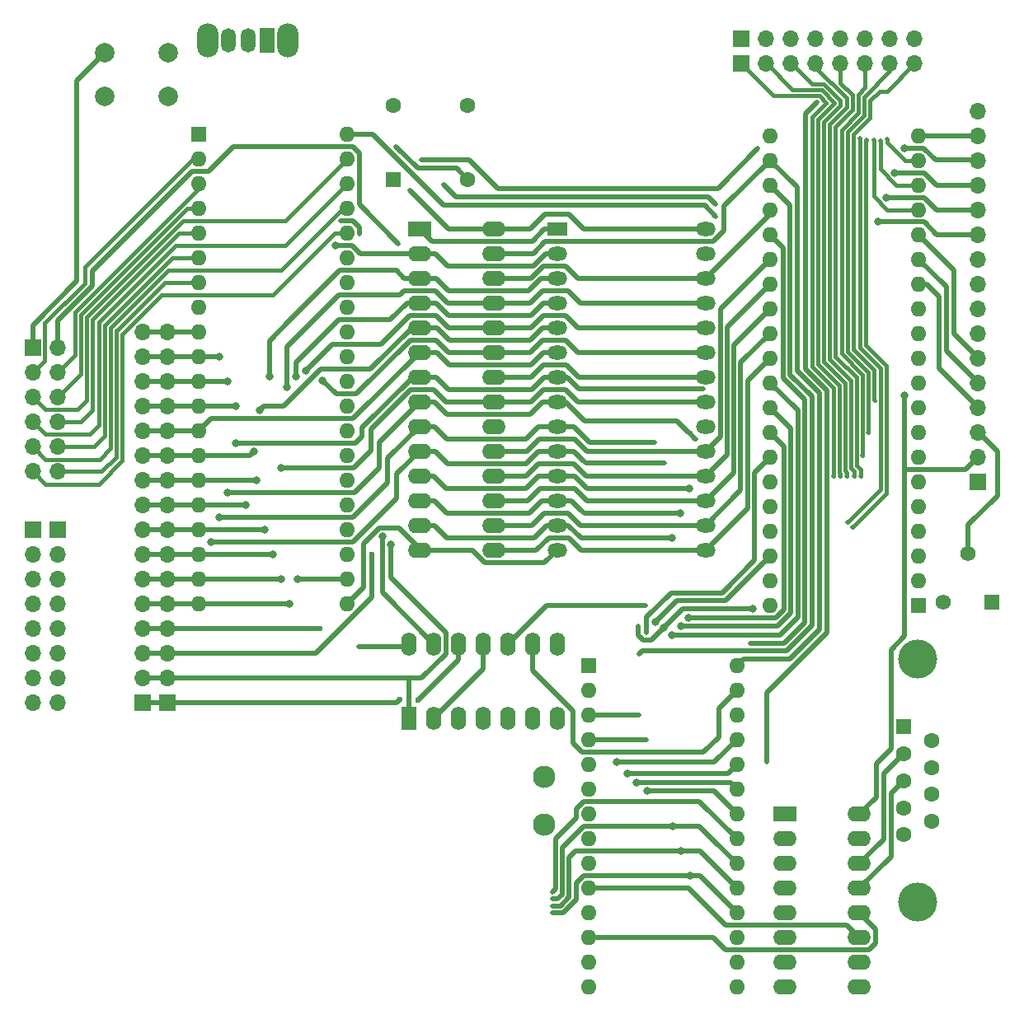
<source format=gbr>
%TF.GenerationSoftware,KiCad,Pcbnew,7.0.9*%
%TF.CreationDate,2024-02-07T01:21:47+02:00*%
%TF.ProjectId,W65C02Computer,57363543-3032-4436-9f6d-70757465722e,rev?*%
%TF.SameCoordinates,Original*%
%TF.FileFunction,Copper,L2,Bot*%
%TF.FilePolarity,Positive*%
%FSLAX46Y46*%
G04 Gerber Fmt 4.6, Leading zero omitted, Abs format (unit mm)*
G04 Created by KiCad (PCBNEW 7.0.9) date 2024-02-07 01:21:47*
%MOMM*%
%LPD*%
G01*
G04 APERTURE LIST*
%TA.AperFunction,ComponentPad*%
%ADD10R,2.400000X1.600000*%
%TD*%
%TA.AperFunction,ComponentPad*%
%ADD11O,2.400000X1.600000*%
%TD*%
%TA.AperFunction,ComponentPad*%
%ADD12C,2.300000*%
%TD*%
%TA.AperFunction,ComponentPad*%
%ADD13O,2.200000X3.500000*%
%TD*%
%TA.AperFunction,ComponentPad*%
%ADD14R,1.500000X2.500000*%
%TD*%
%TA.AperFunction,ComponentPad*%
%ADD15O,1.500000X2.500000*%
%TD*%
%TA.AperFunction,ComponentPad*%
%ADD16R,1.700000X1.700000*%
%TD*%
%TA.AperFunction,ComponentPad*%
%ADD17O,1.700000X1.700000*%
%TD*%
%TA.AperFunction,ComponentPad*%
%ADD18R,1.600000X1.600000*%
%TD*%
%TA.AperFunction,ComponentPad*%
%ADD19O,1.600000X1.600000*%
%TD*%
%TA.AperFunction,ComponentPad*%
%ADD20R,2.000000X1.440000*%
%TD*%
%TA.AperFunction,ComponentPad*%
%ADD21O,2.000000X1.440000*%
%TD*%
%TA.AperFunction,ComponentPad*%
%ADD22R,1.560000X1.560000*%
%TD*%
%TA.AperFunction,ComponentPad*%
%ADD23C,1.560000*%
%TD*%
%TA.AperFunction,ComponentPad*%
%ADD24C,4.000000*%
%TD*%
%TA.AperFunction,ComponentPad*%
%ADD25C,1.600000*%
%TD*%
%TA.AperFunction,ComponentPad*%
%ADD26C,2.000000*%
%TD*%
%TA.AperFunction,ComponentPad*%
%ADD27R,1.600000X2.400000*%
%TD*%
%TA.AperFunction,ComponentPad*%
%ADD28O,1.600000X2.400000*%
%TD*%
%TA.AperFunction,ViaPad*%
%ADD29C,0.500000*%
%TD*%
%TA.AperFunction,ViaPad*%
%ADD30C,0.800000*%
%TD*%
%TA.AperFunction,ViaPad*%
%ADD31C,0.600000*%
%TD*%
%TA.AperFunction,Conductor*%
%ADD32C,0.500000*%
%TD*%
%TA.AperFunction,Conductor*%
%ADD33C,0.400000*%
%TD*%
G04 APERTURE END LIST*
D10*
%TO.P,U6,1,C1+*%
%TO.N,Net-(U6-C1+)*%
X231090000Y-113000000D03*
D11*
%TO.P,U6,2,VS+*%
%TO.N,Net-(U6-VS+)*%
X231090000Y-115540000D03*
%TO.P,U6,3,C1-*%
%TO.N,Net-(U6-C1-)*%
X231090000Y-118080000D03*
%TO.P,U6,4,C2+*%
%TO.N,Net-(U6-C2+)*%
X231090000Y-120620000D03*
%TO.P,U6,5,C2-*%
%TO.N,Net-(U6-C2-)*%
X231090000Y-123160000D03*
%TO.P,U6,6,VS-*%
%TO.N,Net-(U6-VS-)*%
X231090000Y-125700000D03*
%TO.P,U6,7,T2OUT*%
%TO.N,unconnected-(U6-T2OUT-Pad7)*%
X231090000Y-128240000D03*
%TO.P,U6,8,R2IN*%
%TO.N,unconnected-(U6-R2IN-Pad8)*%
X231090000Y-130780000D03*
%TO.P,U6,9,R2OUT*%
%TO.N,unconnected-(U6-R2OUT-Pad9)*%
X238710000Y-130780000D03*
%TO.P,U6,10,T2IN*%
%TO.N,unconnected-(U6-T2IN-Pad10)*%
X238710000Y-128240000D03*
%TO.P,U6,11,T1IN*%
%TO.N,Net-(U6-T1IN)*%
X238710000Y-125700000D03*
%TO.P,U6,12,R1OUT*%
%TO.N,Net-(U6-R1OUT)*%
X238710000Y-123160000D03*
%TO.P,U6,13,R1IN*%
%TO.N,Net-(U6-R1IN)*%
X238710000Y-120620000D03*
%TO.P,U6,14,T1OUT*%
%TO.N,Net-(U6-T1OUT)*%
X238710000Y-118080000D03*
%TO.P,U6,15,GND*%
%TO.N,GND*%
X238710000Y-115540000D03*
%TO.P,U6,16,VCC*%
%TO.N,+5V*%
X238710000Y-113000000D03*
%TD*%
D12*
%TO.P,Y1,1,1*%
%TO.N,Net-(U7-XTLI)*%
X206310000Y-109180000D03*
%TO.P,Y1,2,2*%
%TO.N,Net-(U7-XTLO)*%
X206310000Y-114080000D03*
%TD*%
D13*
%TO.P,SW2,*%
%TO.N,*%
X179990000Y-33530000D03*
X171790000Y-33530000D03*
D14*
%TO.P,SW2,1,A*%
%TO.N,N/C*%
X177890000Y-33530000D03*
D15*
%TO.P,SW2,2,B*%
X175890000Y-33530000D03*
%TO.P,SW2,3,C*%
X173890000Y-33530000D03*
%TD*%
D16*
%TO.P,REF\u002A\u002A,1*%
%TO.N,RESET*%
X153800000Y-65100000D03*
D17*
%TO.P,REF\u002A\u002A,2*%
%TO.N,R{slash}~{W}*%
X156340000Y-65100000D03*
%TO.P,REF\u002A\u002A,3*%
%TO.N,Net-(U1-RDY)*%
X153800000Y-67640000D03*
%TO.P,REF\u002A\u002A,4*%
%TO.N,unconnected-(U1-PHI1out-Pad3)*%
X156340000Y-67640000D03*
%TO.P,REF\u002A\u002A,5*%
%TO.N,unconnected-(U1-PHI2out-Pad39)*%
X153800000Y-70180000D03*
%TO.P,REF\u002A\u002A,6*%
%TO.N,IRQ*%
X156340000Y-70180000D03*
%TO.P,REF\u002A\u002A,7*%
%TO.N,unconnected-(U1-~{SO}-Pad38)*%
X153800000Y-72720000D03*
%TO.P,REF\u002A\u002A,8*%
%TO.N,unconnected-(U1-~{ML}-Pad5)*%
X156340000Y-72720000D03*
%TO.P,REF\u002A\u002A,9*%
%TO.N,CLK*%
X153800000Y-75260000D03*
%TO.P,REF\u002A\u002A,10*%
%TO.N,+5V*%
X156340000Y-75260000D03*
%TO.P,REF\u002A\u002A,11*%
X153800000Y-77800000D03*
%TO.P,REF\u002A\u002A,12*%
%TO.N,unconnected-(U1-SYNC-Pad7)*%
X156340000Y-77800000D03*
%TD*%
D18*
%TO.P,U7,1,VSS*%
%TO.N,GND*%
X210865000Y-97755000D03*
D19*
%TO.P,U7,2,CS0*%
%TO.N,/A12*%
X210865000Y-100295000D03*
%TO.P,U7,3,~{CS1}*%
%TO.N,PHER*%
X210865000Y-102835000D03*
%TO.P,U7,4,~{RESET}*%
%TO.N,RESET*%
X210865000Y-105375000D03*
%TO.P,U7,5,RxC*%
%TO.N,unconnected-(U7-RxC-Pad5)*%
X210865000Y-107915000D03*
%TO.P,U7,6,XTLI*%
%TO.N,Net-(U7-XTLI)*%
X210865000Y-110455000D03*
%TO.P,U7,7,XTLO*%
%TO.N,Net-(U7-XTLO)*%
X210865000Y-112995000D03*
%TO.P,U7,8,~{RTS}*%
%TO.N,unconnected-(U7-~{RTS}-Pad8)*%
X210865000Y-115535000D03*
%TO.P,U7,9,~{CTS}*%
%TO.N,unconnected-(U7-~{CTS}-Pad9)*%
X210865000Y-118075000D03*
%TO.P,U7,10,TxD*%
%TO.N,Net-(U6-T1IN)*%
X210865000Y-120615000D03*
%TO.P,U7,11,~{DTR}*%
%TO.N,unconnected-(U7-~{DTR}-Pad11)*%
X210865000Y-123155000D03*
%TO.P,U7,12,RxD*%
%TO.N,Net-(U6-R1OUT)*%
X210865000Y-125695000D03*
%TO.P,U7,13,RS0*%
%TO.N,/A0*%
X210865000Y-128235000D03*
%TO.P,U7,14,RS1*%
%TO.N,/A1*%
X210865000Y-130775000D03*
%TO.P,U7,15,VCC*%
%TO.N,+5V*%
X226105000Y-130775000D03*
%TO.P,U7,16,~{DCD}*%
%TO.N,unconnected-(U7-~{DCD}-Pad16)*%
X226105000Y-128235000D03*
%TO.P,U7,17,~{DSR}*%
%TO.N,unconnected-(U7-~{DSR}-Pad17)*%
X226105000Y-125695000D03*
%TO.P,U7,18,D0*%
%TO.N,/D0*%
X226105000Y-123155000D03*
%TO.P,U7,19,D1*%
%TO.N,/D1*%
X226105000Y-120615000D03*
%TO.P,U7,20,D2*%
%TO.N,/D2*%
X226105000Y-118075000D03*
%TO.P,U7,21,D3*%
%TO.N,/D3*%
X226105000Y-115535000D03*
%TO.P,U7,22,D4*%
%TO.N,/D4*%
X226105000Y-112995000D03*
%TO.P,U7,23,D5*%
%TO.N,/D5*%
X226105000Y-110455000D03*
%TO.P,U7,24,D6*%
%TO.N,/D6*%
X226105000Y-107915000D03*
%TO.P,U7,25,D7*%
%TO.N,/D7*%
X226105000Y-105375000D03*
%TO.P,U7,26,~{IRQ}*%
%TO.N,Net-(D2-K)*%
X226105000Y-102835000D03*
%TO.P,U7,27,PHI2*%
%TO.N,CLK*%
X226105000Y-100295000D03*
%TO.P,U7,28,R/~{W}*%
%TO.N,R{slash}~{W}*%
X226105000Y-97755000D03*
%TD*%
D20*
%TO.P,U2,1,A14*%
%TO.N,/A14*%
X207680000Y-52850000D03*
D21*
%TO.P,U2,2,A12*%
%TO.N,/A12*%
X207680000Y-55390000D03*
%TO.P,U2,3,A7*%
%TO.N,/A7*%
X207680000Y-57930000D03*
%TO.P,U2,4,A6*%
%TO.N,/A6*%
X207680000Y-60470000D03*
%TO.P,U2,5,A5*%
%TO.N,/A5*%
X207680000Y-63010000D03*
%TO.P,U2,6,A4*%
%TO.N,/A4*%
X207680000Y-65550000D03*
%TO.P,U2,7,A3*%
%TO.N,/A3*%
X207680000Y-68090000D03*
%TO.P,U2,8,A2*%
%TO.N,/A2*%
X207680000Y-70630000D03*
%TO.P,U2,9,A1*%
%TO.N,/A1*%
X207680000Y-73170000D03*
%TO.P,U2,10,A0*%
%TO.N,/A0*%
X207680000Y-75710000D03*
%TO.P,U2,11,D0*%
%TO.N,/D0*%
X207680000Y-78250000D03*
%TO.P,U2,12,D1*%
%TO.N,/D1*%
X207680000Y-80790000D03*
%TO.P,U2,13,D2*%
%TO.N,/D2*%
X207680000Y-83330000D03*
%TO.P,U2,14,GND*%
%TO.N,GND*%
X207680000Y-85870000D03*
%TO.P,U2,15,D3*%
%TO.N,/D3*%
X222920000Y-85870000D03*
%TO.P,U2,16,D4*%
%TO.N,/D4*%
X222920000Y-83330000D03*
%TO.P,U2,17,D5*%
%TO.N,/D5*%
X222920000Y-80790000D03*
%TO.P,U2,18,D6*%
%TO.N,/D6*%
X222920000Y-78250000D03*
%TO.P,U2,19,D7*%
%TO.N,/D7*%
X222920000Y-75710000D03*
%TO.P,U2,20,~{CS}*%
%TO.N,Net-(U2-~{CS})*%
X222920000Y-73170000D03*
%TO.P,U2,21,A10*%
%TO.N,/A10*%
X222920000Y-70630000D03*
%TO.P,U2,22,~{OE}*%
%TO.N,GND*%
X222920000Y-68090000D03*
%TO.P,U2,23,A11*%
%TO.N,/A11*%
X222920000Y-65550000D03*
%TO.P,U2,24,A9*%
%TO.N,/A9*%
X222920000Y-63010000D03*
%TO.P,U2,25,A8*%
%TO.N,/A8*%
X222920000Y-60470000D03*
%TO.P,U2,26,A13*%
%TO.N,/A13*%
X222920000Y-57930000D03*
%TO.P,U2,27,~{WE}*%
%TO.N,+5V*%
X222920000Y-55390000D03*
%TO.P,U2,28,VCC*%
X222920000Y-52850000D03*
%TD*%
D16*
%TO.P,REF\u002A\u002A,1*%
%TO.N,/D7*%
X156340000Y-83770000D03*
D17*
%TO.P,REF\u002A\u002A,2*%
%TO.N,/D6*%
X156340000Y-86310000D03*
%TO.P,REF\u002A\u002A,3*%
%TO.N,/D5*%
X156340000Y-88850000D03*
%TO.P,REF\u002A\u002A,4*%
%TO.N,/D4*%
X156340000Y-91390000D03*
%TO.P,REF\u002A\u002A,5*%
%TO.N,/D3*%
X156340000Y-93930000D03*
%TO.P,REF\u002A\u002A,6*%
%TO.N,/D2*%
X156340000Y-96470000D03*
%TO.P,REF\u002A\u002A,7*%
%TO.N,/D1*%
X156340000Y-99010000D03*
%TO.P,REF\u002A\u002A,8*%
%TO.N,/D0*%
X156340000Y-101550000D03*
%TD*%
D18*
%TO.P,U1,1,~{VP}*%
%TO.N,unconnected-(U1-~{VP}-Pad1)*%
X170830000Y-43150000D03*
D19*
%TO.P,U1,2,RDY*%
%TO.N,Net-(U1-RDY)*%
X170830000Y-45690000D03*
%TO.P,U1,3,PHI1out*%
%TO.N,unconnected-(U1-PHI1out-Pad3)*%
X170830000Y-48230000D03*
%TO.P,U1,4,~{IRQ}*%
%TO.N,IRQ*%
X170830000Y-50770000D03*
%TO.P,U1,5,~{ML}*%
%TO.N,unconnected-(U1-~{ML}-Pad5)*%
X170830000Y-53310000D03*
%TO.P,U1,6,~{NMI}*%
%TO.N,+5V*%
X170830000Y-55850000D03*
%TO.P,U1,7,SYNC*%
%TO.N,unconnected-(U1-SYNC-Pad7)*%
X170830000Y-58390000D03*
%TO.P,U1,8,VCC*%
%TO.N,+5V*%
X170830000Y-60930000D03*
%TO.P,U1,9,A0*%
%TO.N,/A0*%
X170830000Y-63470000D03*
%TO.P,U1,10,A1*%
%TO.N,/A1*%
X170830000Y-66010000D03*
%TO.P,U1,11,A2*%
%TO.N,/A2*%
X170830000Y-68550000D03*
%TO.P,U1,12,A3*%
%TO.N,/A3*%
X170830000Y-71090000D03*
%TO.P,U1,13,A4*%
%TO.N,/A4*%
X170830000Y-73630000D03*
%TO.P,U1,14,A5*%
%TO.N,/A5*%
X170830000Y-76170000D03*
%TO.P,U1,15,A6*%
%TO.N,/A6*%
X170830000Y-78710000D03*
%TO.P,U1,16,A7*%
%TO.N,/A7*%
X170830000Y-81250000D03*
%TO.P,U1,17,A8*%
%TO.N,/A8*%
X170830000Y-83790000D03*
%TO.P,U1,18,A9*%
%TO.N,/A9*%
X170830000Y-86330000D03*
%TO.P,U1,19,A10*%
%TO.N,/A10*%
X170830000Y-88870000D03*
%TO.P,U1,20,A11*%
%TO.N,/A11*%
X170830000Y-91410000D03*
%TO.P,U1,21,GND*%
%TO.N,GND*%
X186070000Y-91410000D03*
%TO.P,U1,22,A12*%
%TO.N,/A12*%
X186070000Y-88870000D03*
%TO.P,U1,23,A13*%
%TO.N,/A13*%
X186070000Y-86330000D03*
%TO.P,U1,24,A14*%
%TO.N,/A14*%
X186070000Y-83790000D03*
%TO.P,U1,25,A15*%
%TO.N,/A15*%
X186070000Y-81250000D03*
%TO.P,U1,26,D7*%
%TO.N,/D7*%
X186070000Y-78710000D03*
%TO.P,U1,27,D6*%
%TO.N,/D6*%
X186070000Y-76170000D03*
%TO.P,U1,28,D5*%
%TO.N,/D5*%
X186070000Y-73630000D03*
%TO.P,U1,29,D4*%
%TO.N,/D4*%
X186070000Y-71090000D03*
%TO.P,U1,30,D3*%
%TO.N,/D3*%
X186070000Y-68550000D03*
%TO.P,U1,31,D2*%
%TO.N,/D2*%
X186070000Y-66010000D03*
%TO.P,U1,32,D1*%
%TO.N,/D1*%
X186070000Y-63470000D03*
%TO.P,U1,33,D0*%
%TO.N,/D0*%
X186070000Y-60930000D03*
%TO.P,U1,34,R/~{W}*%
%TO.N,R{slash}~{W}*%
X186070000Y-58390000D03*
%TO.P,U1,35,NC*%
%TO.N,unconnected-(U1-NC-Pad35)*%
X186070000Y-55850000D03*
%TO.P,U1,36,BE*%
%TO.N,+5V*%
X186070000Y-53310000D03*
%TO.P,U1,37,PHI2*%
%TO.N,CLK*%
X186070000Y-50770000D03*
%TO.P,U1,38,~{SO}*%
%TO.N,unconnected-(U1-~{SO}-Pad38)*%
X186070000Y-48230000D03*
%TO.P,U1,39,PHI2out*%
%TO.N,unconnected-(U1-PHI2out-Pad39)*%
X186070000Y-45690000D03*
%TO.P,U1,40,~{RESET}*%
%TO.N,RESET*%
X186070000Y-43150000D03*
%TD*%
D22*
%TO.P,RV1,1,1*%
%TO.N,unconnected-(RV1-Pad1)*%
X252330000Y-91235000D03*
D23*
%TO.P,RV1,2,2*%
%TO.N,Net-(DS1-VO)*%
X249830000Y-86235000D03*
%TO.P,RV1,3,3*%
%TO.N,GND*%
X247330000Y-91235000D03*
%TD*%
D16*
%TO.P,DS1,1,VSS*%
%TO.N,GND*%
X250870000Y-78860000D03*
D17*
%TO.P,DS1,2,VDD*%
%TO.N,+5V*%
X250870000Y-76320000D03*
%TO.P,DS1,3,VO*%
%TO.N,Net-(DS1-VO)*%
X250870000Y-73780000D03*
%TO.P,DS1,4,RS*%
%TO.N,Net-(DS1-RS)*%
X250870000Y-71240000D03*
%TO.P,DS1,5,R/W*%
%TO.N,Net-(DS1-R{slash}W)*%
X250870000Y-68700000D03*
%TO.P,DS1,6,E*%
%TO.N,Net-(DS1-E)*%
X250870000Y-66160000D03*
%TO.P,DS1,7,D0*%
%TO.N,unconnected-(DS1-D0-Pad7)*%
X250870000Y-63620000D03*
%TO.P,DS1,8,D1*%
%TO.N,unconnected-(DS1-D1-Pad8)*%
X250870000Y-61080000D03*
%TO.P,DS1,9,D2*%
%TO.N,unconnected-(DS1-D2-Pad9)*%
X250870000Y-58540000D03*
%TO.P,DS1,10,D3*%
%TO.N,unconnected-(DS1-D3-Pad10)*%
X250870000Y-56000000D03*
%TO.P,DS1,11,D4*%
%TO.N,Net-(DS1-D4)*%
X250870000Y-53460000D03*
%TO.P,DS1,12,D5*%
%TO.N,Net-(DS1-D5)*%
X250870000Y-50920000D03*
%TO.P,DS1,13,D6*%
%TO.N,Net-(DS1-D6)*%
X250870000Y-48380000D03*
%TO.P,DS1,14,D7*%
%TO.N,Net-(DS1-D7)*%
X250870000Y-45840000D03*
%TO.P,DS1,15,LED(+)*%
%TO.N,+5V*%
X250870000Y-43300000D03*
%TO.P,DS1,16,LED(-)*%
%TO.N,Net-(DS1-LED(-))*%
X250870000Y-40760000D03*
%TD*%
D16*
%TO.P,REF\u002A\u002A,1,Pin_1*%
%TO.N,/A15*%
X165090000Y-101580000D03*
D17*
%TO.P,REF\u002A\u002A,2,Pin_2*%
%TO.N,/A14*%
X165090000Y-99040000D03*
%TO.P,REF\u002A\u002A,3,Pin_3*%
%TO.N,/A13*%
X165090000Y-96500000D03*
%TO.P,REF\u002A\u002A,4,Pin_4*%
%TO.N,/A12*%
X165090000Y-93960000D03*
%TO.P,REF\u002A\u002A,5,Pin_5*%
%TO.N,/A11*%
X165090000Y-91420000D03*
%TO.P,REF\u002A\u002A,6,Pin_6*%
%TO.N,/A10*%
X165090000Y-88880000D03*
%TO.P,REF\u002A\u002A,7,Pin_7*%
%TO.N,/A9*%
X165090000Y-86340000D03*
%TO.P,REF\u002A\u002A,8,Pin_8*%
%TO.N,/A8*%
X165090000Y-83800000D03*
%TO.P,REF\u002A\u002A,9,Pin_9*%
%TO.N,/A7*%
X165090000Y-81260000D03*
%TO.P,REF\u002A\u002A,10,Pin_10*%
%TO.N,/A6*%
X165090000Y-78720000D03*
%TO.P,REF\u002A\u002A,11,Pin_11*%
%TO.N,/A5*%
X165090000Y-76180000D03*
%TO.P,REF\u002A\u002A,12,Pin_12*%
%TO.N,/A4*%
X165090000Y-73640000D03*
%TO.P,REF\u002A\u002A,13,Pin_13*%
%TO.N,/A3*%
X165090000Y-71100000D03*
%TO.P,REF\u002A\u002A,14,Pin_14*%
%TO.N,/A2*%
X165090000Y-68560000D03*
%TO.P,REF\u002A\u002A,15,Pin_15*%
%TO.N,/A1*%
X165090000Y-66020000D03*
%TO.P,REF\u002A\u002A,16,Pin_16*%
%TO.N,/A0*%
X165090000Y-63480000D03*
%TD*%
D16*
%TO.P,REF\u002A\u002A,1*%
%TO.N,GND*%
X226600000Y-33310000D03*
D17*
%TO.P,REF\u002A\u002A,2*%
%TO.N,+5V*%
X229140000Y-33310000D03*
%TO.P,REF\u002A\u002A,3*%
%TO.N,PHER*%
X231680000Y-33310000D03*
%TO.P,REF\u002A\u002A,4*%
%TO.N,unconnected-(U5-CA2-Pad39)*%
X234220000Y-33310000D03*
%TO.P,REF\u002A\u002A,5*%
%TO.N,unconnected-(U5-CA1-Pad40)*%
X236760000Y-33310000D03*
%TO.P,REF\u002A\u002A,6*%
%TO.N,unconnected-(U5-PB7-Pad17)*%
X239300000Y-33310000D03*
%TO.P,REF\u002A\u002A,7*%
%TO.N,unconnected-(U5-CB1-Pad18)*%
X241840000Y-33310000D03*
%TO.P,REF\u002A\u002A,8*%
%TO.N,unconnected-(U5-CB2-Pad19)*%
X244380000Y-33310000D03*
%TD*%
D24*
%TO.P,J1,0,PAD*%
%TO.N,GND*%
X244670000Y-122095000D03*
X244670000Y-97095000D03*
D18*
%TO.P,J1,1,1*%
%TO.N,unconnected-(J1-Pad1)*%
X243250000Y-104055000D03*
D25*
%TO.P,J1,2,2*%
%TO.N,Net-(U6-T1OUT)*%
X243250000Y-106825000D03*
%TO.P,J1,3,3*%
%TO.N,Net-(U6-R1IN)*%
X243250000Y-109595000D03*
%TO.P,J1,4,4*%
%TO.N,unconnected-(J1-Pad4)*%
X243250000Y-112365000D03*
%TO.P,J1,5,5*%
%TO.N,GND*%
X243250000Y-115135000D03*
%TO.P,J1,6,6*%
%TO.N,unconnected-(J1-Pad6)*%
X246090000Y-105440000D03*
%TO.P,J1,7,7*%
%TO.N,unconnected-(J1-Pad7)*%
X246090000Y-108210000D03*
%TO.P,J1,8,8*%
%TO.N,unconnected-(J1-Pad8)*%
X246090000Y-110980000D03*
%TO.P,J1,9,9*%
%TO.N,unconnected-(J1-Pad9)*%
X246090000Y-113750000D03*
%TD*%
D16*
%TO.P,J3,1,Pin_1*%
%TO.N,/A15*%
X167630000Y-101580000D03*
D17*
%TO.P,J3,2,Pin_2*%
%TO.N,/A14*%
X167630000Y-99040000D03*
%TO.P,J3,3,Pin_3*%
%TO.N,/A13*%
X167630000Y-96500000D03*
%TO.P,J3,4,Pin_4*%
%TO.N,/A12*%
X167630000Y-93960000D03*
%TO.P,J3,5,Pin_5*%
%TO.N,/A11*%
X167630000Y-91420000D03*
%TO.P,J3,6,Pin_6*%
%TO.N,/A10*%
X167630000Y-88880000D03*
%TO.P,J3,7,Pin_7*%
%TO.N,/A9*%
X167630000Y-86340000D03*
%TO.P,J3,8,Pin_8*%
%TO.N,/A8*%
X167630000Y-83800000D03*
%TO.P,J3,9,Pin_9*%
%TO.N,/A7*%
X167630000Y-81260000D03*
%TO.P,J3,10,Pin_10*%
%TO.N,/A6*%
X167630000Y-78720000D03*
%TO.P,J3,11,Pin_11*%
%TO.N,/A5*%
X167630000Y-76180000D03*
%TO.P,J3,12,Pin_12*%
%TO.N,/A4*%
X167630000Y-73640000D03*
%TO.P,J3,13,Pin_13*%
%TO.N,/A3*%
X167630000Y-71100000D03*
%TO.P,J3,14,Pin_14*%
%TO.N,/A2*%
X167630000Y-68560000D03*
%TO.P,J3,15,Pin_15*%
%TO.N,/A1*%
X167630000Y-66020000D03*
%TO.P,J3,16,Pin_16*%
%TO.N,/A0*%
X167630000Y-63480000D03*
%TD*%
D16*
%TO.P,REF\u002A\u002A,1*%
%TO.N,/D7*%
X153800000Y-83770000D03*
D17*
%TO.P,REF\u002A\u002A,2*%
%TO.N,/D6*%
X153800000Y-86310000D03*
%TO.P,REF\u002A\u002A,3*%
%TO.N,/D5*%
X153800000Y-88850000D03*
%TO.P,REF\u002A\u002A,4*%
%TO.N,/D4*%
X153800000Y-91390000D03*
%TO.P,REF\u002A\u002A,5*%
%TO.N,/D3*%
X153800000Y-93930000D03*
%TO.P,REF\u002A\u002A,6*%
%TO.N,/D2*%
X153800000Y-96470000D03*
%TO.P,REF\u002A\u002A,7*%
%TO.N,/D1*%
X153800000Y-99010000D03*
%TO.P,REF\u002A\u002A,8*%
%TO.N,/D0*%
X153800000Y-101550000D03*
%TD*%
D26*
%TO.P,SW1,1,1*%
%TO.N,GND*%
X167700000Y-39260000D03*
X161200000Y-39260000D03*
%TO.P,SW1,2,2*%
%TO.N,RESET*%
X167700000Y-34760000D03*
X161200000Y-34760000D03*
%TD*%
D27*
%TO.P,U4,1*%
%TO.N,/A14*%
X192430000Y-103130000D03*
D28*
%TO.P,U4,2*%
%TO.N,Net-(U2-~{CS})*%
X194970000Y-103130000D03*
%TO.P,U4,3*%
%TO.N,PHER*%
X197510000Y-103130000D03*
%TO.P,U4,4*%
%TO.N,unconnected-(U4-Pad4)*%
X200050000Y-103130000D03*
%TO.P,U4,5*%
%TO.N,unconnected-(U4-Pad5)*%
X202590000Y-103130000D03*
%TO.P,U4,6*%
%TO.N,unconnected-(U4-Pad6)*%
X205130000Y-103130000D03*
%TO.P,U4,7,GND*%
%TO.N,GND*%
X207670000Y-103130000D03*
%TO.P,U4,8*%
%TO.N,Net-(U3-~{CS})*%
X207670000Y-95510000D03*
%TO.P,U4,9*%
%TO.N,CLK*%
X205130000Y-95510000D03*
%TO.P,U4,10*%
%TO.N,Net-(U2-~{CS})*%
X202590000Y-95510000D03*
%TO.P,U4,11*%
X200050000Y-95510000D03*
%TO.P,U4,12*%
%TO.N,/A15*%
X197510000Y-95510000D03*
%TO.P,U4,13*%
X194970000Y-95510000D03*
%TO.P,U4,14,VCC*%
%TO.N,+5V*%
X192430000Y-95510000D03*
%TD*%
D10*
%TO.P,U3,1,A14*%
%TO.N,/A14*%
X193530000Y-52850000D03*
D11*
%TO.P,U3,2,A12*%
%TO.N,/A12*%
X193530000Y-55390000D03*
%TO.P,U3,3,A7*%
%TO.N,/A7*%
X193530000Y-57930000D03*
%TO.P,U3,4,A6*%
%TO.N,/A6*%
X193530000Y-60470000D03*
%TO.P,U3,5,A5*%
%TO.N,/A5*%
X193530000Y-63010000D03*
%TO.P,U3,6,A4*%
%TO.N,/A4*%
X193530000Y-65550000D03*
%TO.P,U3,7,A3*%
%TO.N,/A3*%
X193530000Y-68090000D03*
%TO.P,U3,8,A2*%
%TO.N,/A2*%
X193530000Y-70630000D03*
%TO.P,U3,9,A1*%
%TO.N,/A1*%
X193530000Y-73170000D03*
%TO.P,U3,10,A0*%
%TO.N,/A0*%
X193530000Y-75710000D03*
%TO.P,U3,11,D0*%
%TO.N,/D0*%
X193530000Y-78250000D03*
%TO.P,U3,12,D1*%
%TO.N,/D1*%
X193530000Y-80790000D03*
%TO.P,U3,13,D2*%
%TO.N,/D2*%
X193530000Y-83330000D03*
%TO.P,U3,14,GND*%
%TO.N,GND*%
X193530000Y-85870000D03*
%TO.P,U3,15,D3*%
%TO.N,/D3*%
X201150000Y-85870000D03*
%TO.P,U3,16,D4*%
%TO.N,/D4*%
X201150000Y-83330000D03*
%TO.P,U3,17,D5*%
%TO.N,/D5*%
X201150000Y-80790000D03*
%TO.P,U3,18,D6*%
%TO.N,/D6*%
X201150000Y-78250000D03*
%TO.P,U3,19,D7*%
%TO.N,/D7*%
X201150000Y-75710000D03*
%TO.P,U3,20,~{CS}*%
%TO.N,Net-(U3-~{CS})*%
X201150000Y-73170000D03*
%TO.P,U3,21,A10*%
%TO.N,/A10*%
X201150000Y-70630000D03*
%TO.P,U3,22,~{OE}*%
%TO.N,GND*%
X201150000Y-68090000D03*
%TO.P,U3,23,A11*%
%TO.N,/A11*%
X201150000Y-65550000D03*
%TO.P,U3,24,A9*%
%TO.N,/A9*%
X201150000Y-63010000D03*
%TO.P,U3,25,A8*%
%TO.N,/A8*%
X201150000Y-60470000D03*
%TO.P,U3,26,A13*%
%TO.N,/A13*%
X201150000Y-57930000D03*
%TO.P,U3,27,~{WE}*%
%TO.N,R{slash}~{W}*%
X201150000Y-55390000D03*
%TO.P,U3,28,VCC*%
%TO.N,+5V*%
X201150000Y-52850000D03*
%TD*%
D18*
%TO.P,X1,1,EN*%
%TO.N,unconnected-(X1-EN-Pad1)*%
X190860000Y-47810000D03*
D25*
%TO.P,X1,4,GND*%
%TO.N,GND*%
X198480000Y-47810000D03*
%TO.P,X1,5,OUT*%
%TO.N,CLK*%
X198480000Y-40190000D03*
%TO.P,X1,8,Vcc*%
%TO.N,+5V*%
X190860000Y-40190000D03*
%TD*%
D16*
%TO.P,REF\u002A\u002A,1*%
%TO.N,unconnected-(U5-PA0-Pad2)*%
X226600000Y-35850000D03*
D17*
%TO.P,REF\u002A\u002A,2*%
%TO.N,unconnected-(U5-PA1-Pad3)*%
X229140000Y-35850000D03*
%TO.P,REF\u002A\u002A,3*%
%TO.N,unconnected-(U5-PA2-Pad4)*%
X231680000Y-35850000D03*
%TO.P,REF\u002A\u002A,4*%
%TO.N,unconnected-(U5-PA3-Pad5)*%
X234220000Y-35850000D03*
%TO.P,REF\u002A\u002A,5*%
%TO.N,unconnected-(U5-PA4-Pad6)*%
X236760000Y-35850000D03*
%TO.P,REF\u002A\u002A,6*%
%TO.N,unconnected-(U5-PA5-Pad7)*%
X239300000Y-35850000D03*
%TO.P,REF\u002A\u002A,7*%
%TO.N,unconnected-(U5-PA6-Pad8)*%
X241840000Y-35850000D03*
%TO.P,REF\u002A\u002A,8*%
%TO.N,unconnected-(U5-PA7-Pad9)*%
X244380000Y-35850000D03*
%TD*%
D18*
%TO.P,U5,1,GND*%
%TO.N,GND*%
X244770000Y-91550000D03*
D19*
%TO.P,U5,2,PA0*%
%TO.N,unconnected-(U5-PA0-Pad2)*%
X244770000Y-89010000D03*
%TO.P,U5,3,PA1*%
%TO.N,unconnected-(U5-PA1-Pad3)*%
X244770000Y-86470000D03*
%TO.P,U5,4,PA2*%
%TO.N,unconnected-(U5-PA2-Pad4)*%
X244770000Y-83930000D03*
%TO.P,U5,5,PA3*%
%TO.N,unconnected-(U5-PA3-Pad5)*%
X244770000Y-81390000D03*
%TO.P,U5,6,PA4*%
%TO.N,unconnected-(U5-PA4-Pad6)*%
X244770000Y-78850000D03*
%TO.P,U5,7,PA5*%
%TO.N,unconnected-(U5-PA5-Pad7)*%
X244770000Y-76310000D03*
%TO.P,U5,8,PA6*%
%TO.N,unconnected-(U5-PA6-Pad8)*%
X244770000Y-73770000D03*
%TO.P,U5,9,PA7*%
%TO.N,unconnected-(U5-PA7-Pad9)*%
X244770000Y-71230000D03*
%TO.P,U5,10,PB0*%
%TO.N,Net-(DS1-D4)*%
X244770000Y-68690000D03*
%TO.P,U5,11,PB1*%
%TO.N,Net-(DS1-D5)*%
X244770000Y-66150000D03*
%TO.P,U5,12,PB2*%
%TO.N,Net-(DS1-D6)*%
X244770000Y-63610000D03*
%TO.P,U5,13,PB3*%
%TO.N,Net-(DS1-D7)*%
X244770000Y-61070000D03*
%TO.P,U5,14,PB4*%
%TO.N,Net-(DS1-RS)*%
X244770000Y-58530000D03*
%TO.P,U5,15,PB5*%
%TO.N,Net-(DS1-R{slash}W)*%
X244770000Y-55990000D03*
%TO.P,U5,16,PB6*%
%TO.N,Net-(DS1-E)*%
X244770000Y-53450000D03*
%TO.P,U5,17,PB7*%
%TO.N,unconnected-(U5-PB7-Pad17)*%
X244770000Y-50910000D03*
%TO.P,U5,18,CB1*%
%TO.N,unconnected-(U5-CB1-Pad18)*%
X244770000Y-48370000D03*
%TO.P,U5,19,CB2*%
%TO.N,unconnected-(U5-CB2-Pad19)*%
X244770000Y-45830000D03*
%TO.P,U5,20,VCC*%
%TO.N,+5V*%
X244770000Y-43290000D03*
%TO.P,U5,21,IRQ*%
%TO.N,Net-(D1-K)*%
X229530000Y-43290000D03*
%TO.P,U5,22,R/~{W}*%
%TO.N,R{slash}~{W}*%
X229530000Y-45830000D03*
%TO.P,U5,23,~{CS2}*%
%TO.N,PHER*%
X229530000Y-48370000D03*
%TO.P,U5,24,CS1*%
%TO.N,/A13*%
X229530000Y-50910000D03*
%TO.P,U5,25,PHI2*%
%TO.N,CLK*%
X229530000Y-53450000D03*
%TO.P,U5,26,D7*%
%TO.N,/D7*%
X229530000Y-55990000D03*
%TO.P,U5,27,D6*%
%TO.N,/D6*%
X229530000Y-58530000D03*
%TO.P,U5,28,D5*%
%TO.N,/D5*%
X229530000Y-61070000D03*
%TO.P,U5,29,D4*%
%TO.N,/D4*%
X229530000Y-63610000D03*
%TO.P,U5,30,D3*%
%TO.N,/D3*%
X229530000Y-66150000D03*
%TO.P,U5,31,D2*%
%TO.N,/D2*%
X229530000Y-68690000D03*
%TO.P,U5,32,D1*%
%TO.N,/D1*%
X229530000Y-71230000D03*
%TO.P,U5,33,D0*%
%TO.N,/D0*%
X229530000Y-73770000D03*
%TO.P,U5,34,~{RESET}*%
%TO.N,RESET*%
X229530000Y-76310000D03*
%TO.P,U5,35,RS3*%
%TO.N,/A3*%
X229530000Y-78850000D03*
%TO.P,U5,36,RS2*%
%TO.N,/A2*%
X229530000Y-81390000D03*
%TO.P,U5,37,RS1*%
%TO.N,/A1*%
X229530000Y-83930000D03*
%TO.P,U5,38,RS0*%
%TO.N,/A0*%
X229530000Y-86470000D03*
%TO.P,U5,39,CA2*%
%TO.N,unconnected-(U5-CA2-Pad39)*%
X229530000Y-89010000D03*
%TO.P,U5,40,CA1*%
%TO.N,unconnected-(U5-CA1-Pad40)*%
X229530000Y-91550000D03*
%TD*%
D29*
%TO.N,+5V*%
X192560000Y-48910000D03*
X185430000Y-52020000D03*
X187400000Y-53350000D03*
D30*
X243355000Y-69960000D03*
D29*
X187270000Y-95810000D03*
D30*
%TO.N,Net-(DS1-D4)*%
X240590000Y-52160000D03*
%TO.N,Net-(DS1-D5)*%
X241420000Y-49650000D03*
%TO.N,Net-(DS1-D6)*%
X242340000Y-47100000D03*
%TO.N,Net-(DS1-D7)*%
X243290000Y-44550000D03*
%TO.N,/A0*%
X217740000Y-93270000D03*
X172090000Y-85060000D03*
D29*
X218670000Y-76940000D03*
D30*
%TO.N,/A1*%
X172950000Y-66010000D03*
X172950000Y-82520000D03*
X218620000Y-93880000D03*
D29*
X215960000Y-93710000D03*
X217700000Y-74770000D03*
D30*
X227710000Y-91940000D03*
D29*
%TO.N,/A2*%
X221880000Y-74460000D03*
D30*
X173830000Y-79990000D03*
X173830000Y-68550000D03*
D29*
%TO.N,/A3*%
X222640000Y-69330000D03*
D30*
X174690000Y-74900000D03*
X174690000Y-71100000D03*
%TO.N,/A5*%
X177130000Y-71470000D03*
X176540000Y-75750000D03*
%TO.N,/A6*%
X176760000Y-78700000D03*
X180840000Y-68050000D03*
%TO.N,/A7*%
X178090000Y-68040000D03*
X175690000Y-81250000D03*
%TO.N,/A8*%
X177600000Y-83790000D03*
X179910000Y-69140000D03*
%TO.N,/A9*%
X178460000Y-86330000D03*
X181870000Y-67450000D03*
%TO.N,/A10*%
X179310000Y-88870000D03*
X179310000Y-77460000D03*
%TO.N,/A11*%
X183570000Y-68440000D03*
X180170000Y-91420000D03*
%TO.N,/A12*%
X184900000Y-54580000D03*
D31*
X183310000Y-93960000D03*
D30*
X181030000Y-88860000D03*
D31*
%TO.N,/A13*%
X188640000Y-86330000D03*
D30*
%TO.N,/A14*%
X190560000Y-85320000D03*
D31*
%TO.N,/A15*%
X191490000Y-101260000D03*
D30*
X189720000Y-84470000D03*
D31*
X193340000Y-101290000D03*
D30*
%TO.N,/D7*%
X213800000Y-107700000D03*
%TO.N,/D6*%
X214850000Y-108850000D03*
%TO.N,/D5*%
X215850000Y-109800000D03*
%TO.N,/D4*%
X216890500Y-110650000D03*
D29*
%TO.N,/D3*%
X207150000Y-121050000D03*
D30*
%TO.N,/D2*%
X219470000Y-94600000D03*
D29*
X207150000Y-121749503D03*
D30*
X219470000Y-84630000D03*
X219550000Y-114250000D03*
%TO.N,/D1*%
X220320000Y-82120000D03*
X220400000Y-116800000D03*
X220400000Y-93730000D03*
D29*
X207150000Y-122449006D03*
D30*
%TO.N,/D0*%
X221180000Y-92820000D03*
X221300000Y-119350000D03*
X221190000Y-79530000D03*
D29*
X207150000Y-123148509D03*
%TO.N,R{slash}~{W}*%
X191350000Y-54400000D03*
%TO.N,CLK*%
X223900000Y-50340000D03*
X195980000Y-48340000D03*
X227520000Y-95490000D03*
%TO.N,Net-(U2-~{CS})*%
X216730000Y-91540000D03*
%TO.N,PHER*%
X216070000Y-96560000D03*
X216050000Y-102820000D03*
%TO.N,RESET*%
X223960000Y-51580000D03*
X216860000Y-105380000D03*
X216860000Y-94380000D03*
%TO.N,GND*%
X191110000Y-44410000D03*
%TO.N,IRQ*%
X193670000Y-45800000D03*
X234332500Y-39830000D03*
X229180000Y-107632500D03*
X228260000Y-44580000D03*
%TO.N,unconnected-(U5-PA0-Pad2)*%
X236029500Y-78269500D03*
%TO.N,unconnected-(U5-PA1-Pad3)*%
X236728280Y-78301286D03*
%TO.N,unconnected-(U5-PA2-Pad4)*%
X237427781Y-78299901D03*
%TO.N,unconnected-(U5-PA3-Pad5)*%
X238127283Y-78300004D03*
%TO.N,unconnected-(U5-PA4-Pad6)*%
X238826785Y-78300000D03*
%TO.N,unconnected-(U5-PA5-Pad7)*%
X239029500Y-76200000D03*
%TO.N,unconnected-(U5-PA6-Pad8)*%
X239629500Y-73800000D03*
%TO.N,unconnected-(U5-PA7-Pad9)*%
X240250000Y-70450000D03*
%TO.N,unconnected-(U5-PB7-Pad17)*%
X240150000Y-43750000D03*
%TO.N,unconnected-(U5-CB1-Pad18)*%
X240850000Y-43800000D03*
%TO.N,unconnected-(U5-CB2-Pad19)*%
X241580378Y-43630378D03*
%TO.N,unconnected-(U5-CA2-Pad39)*%
X237450000Y-83050000D03*
X238750000Y-43550000D03*
%TO.N,unconnected-(U5-CA1-Pad40)*%
X239450000Y-43700000D03*
X238000000Y-83550000D03*
%TD*%
D32*
%TO.N,+5V*%
X243355000Y-69960000D02*
X243355000Y-77600000D01*
X204900000Y-52850000D02*
X206420000Y-51330000D01*
D33*
X161200000Y-62801472D02*
X161200000Y-63100000D01*
X160100000Y-75250000D02*
X158050000Y-75250000D01*
D32*
X186720000Y-52020000D02*
X185430000Y-52020000D01*
D33*
X170830000Y-55850000D02*
X168151472Y-55850000D01*
D32*
X192560000Y-48940000D02*
X196470000Y-52850000D01*
X250860000Y-76300000D02*
X249560000Y-77600000D01*
X192560000Y-48910000D02*
X192560000Y-48940000D01*
X196470000Y-52850000D02*
X201150000Y-52850000D01*
X243355000Y-94745000D02*
X241940000Y-96160000D01*
D33*
X153800000Y-77800000D02*
X155095344Y-79095344D01*
X163000000Y-63700000D02*
X167060000Y-59640000D01*
D32*
X240410000Y-107840000D02*
X240410000Y-111300000D01*
D33*
X163000000Y-76700000D02*
X163000000Y-63700000D01*
D32*
X250860000Y-76290000D02*
X250860000Y-76300000D01*
X241940000Y-106310000D02*
X240410000Y-107840000D01*
X210370000Y-52850000D02*
X222920000Y-52850000D01*
D33*
X160604656Y-79095344D02*
X163000000Y-76700000D01*
X161200000Y-74150000D02*
X160100000Y-75250000D01*
X167060000Y-59640000D02*
X168300000Y-59640000D01*
D32*
X249560000Y-77600000D02*
X243355000Y-77600000D01*
D33*
X158040000Y-75260000D02*
X156340000Y-75260000D01*
X155095344Y-79095344D02*
X160604656Y-79095344D01*
D32*
X208850000Y-51330000D02*
X210370000Y-52850000D01*
X192130000Y-95810000D02*
X192430000Y-95510000D01*
X250850000Y-43280000D02*
X250860000Y-43270000D01*
X241940000Y-96160000D02*
X241940000Y-106310000D01*
X206420000Y-51330000D02*
X208850000Y-51330000D01*
X201150000Y-52850000D02*
X204900000Y-52850000D01*
X243355000Y-77600000D02*
X243355000Y-94745000D01*
X245570000Y-43280000D02*
X250850000Y-43280000D01*
D33*
X168151472Y-55850000D02*
X161200000Y-62801472D01*
X161200000Y-63100000D02*
X161200000Y-74150000D01*
D32*
X240410000Y-111300000D02*
X238710000Y-113000000D01*
D33*
X186070000Y-53310000D02*
X184840000Y-53310000D01*
X184840000Y-53310000D02*
X178510000Y-59640000D01*
X178510000Y-59640000D02*
X168300000Y-59640000D01*
X158050000Y-75250000D02*
X158040000Y-75260000D01*
D32*
X187400000Y-52700000D02*
X186720000Y-52020000D01*
X187270000Y-95810000D02*
X192130000Y-95810000D01*
X187400000Y-53350000D02*
X187400000Y-52700000D01*
%TO.N,Net-(DS1-VO)*%
X252850000Y-80280000D02*
X249830000Y-83300000D01*
X250860000Y-73750000D02*
X252850000Y-75740000D01*
X252850000Y-75740000D02*
X252850000Y-80280000D01*
X249830000Y-83300000D02*
X249830000Y-86235000D01*
%TO.N,Net-(DS1-RS)*%
X250850000Y-71210000D02*
X250860000Y-71210000D01*
X246870000Y-67230000D02*
X250850000Y-71210000D01*
X244770000Y-58530000D02*
X245580000Y-58530000D01*
X246870000Y-59820000D02*
X246870000Y-67230000D01*
X245580000Y-58530000D02*
X246870000Y-59820000D01*
%TO.N,Net-(DS1-R{slash}W)*%
X247610000Y-65420000D02*
X250860000Y-68670000D01*
X247610000Y-58830000D02*
X247610000Y-65420000D01*
X244770000Y-55990000D02*
X247610000Y-58830000D01*
%TO.N,Net-(DS1-E)*%
X244770000Y-53450000D02*
X248400000Y-57080000D01*
X248400000Y-57080000D02*
X248400000Y-63670000D01*
X248400000Y-63670000D02*
X250860000Y-66130000D01*
%TO.N,Net-(DS1-D4)*%
X250850000Y-53440000D02*
X250860000Y-53430000D01*
X245320000Y-52160000D02*
X246600000Y-53440000D01*
X246600000Y-53440000D02*
X250850000Y-53440000D01*
X240590000Y-52160000D02*
X245320000Y-52160000D01*
%TO.N,Net-(DS1-D5)*%
X245360000Y-49650000D02*
X246610000Y-50900000D01*
X246610000Y-50900000D02*
X250850000Y-50900000D01*
X241420000Y-49650000D02*
X245360000Y-49650000D01*
X250850000Y-50900000D02*
X250860000Y-50890000D01*
%TO.N,Net-(DS1-D6)*%
X246610000Y-48360000D02*
X250850000Y-48360000D01*
X245350000Y-47100000D02*
X246610000Y-48360000D01*
X250850000Y-48360000D02*
X250860000Y-48350000D01*
X242340000Y-47100000D02*
X245350000Y-47100000D01*
%TO.N,Net-(DS1-D7)*%
X245310000Y-44550000D02*
X246570000Y-45810000D01*
X246570000Y-45810000D02*
X250860000Y-45810000D01*
X243290000Y-44550000D02*
X245310000Y-44550000D01*
%TO.N,/A0*%
X191180000Y-80560000D02*
X186680000Y-85060000D01*
X193530000Y-75710000D02*
X191180000Y-78060000D01*
X210340000Y-76650000D02*
X210630000Y-76940000D01*
X186680000Y-85060000D02*
X172090000Y-85060000D01*
X219940000Y-91070000D02*
X224930000Y-91070000D01*
X210865000Y-128235000D02*
X210885000Y-128235000D01*
X204480000Y-76980000D02*
X196380000Y-76980000D01*
X191180000Y-78060000D02*
X191180000Y-80560000D01*
X207680000Y-75710000D02*
X205750000Y-75710000D01*
X209400000Y-75710000D02*
X210340000Y-76650000D01*
X170830000Y-63470000D02*
X170820000Y-63480000D01*
X224930000Y-91070000D02*
X229530000Y-86470000D01*
X170820000Y-63480000D02*
X167630000Y-63480000D01*
X207680000Y-75710000D02*
X209400000Y-75710000D01*
X165090000Y-63480000D02*
X167630000Y-63480000D01*
X196380000Y-76980000D02*
X195110000Y-75710000D01*
X205750000Y-75710000D02*
X204480000Y-76980000D01*
X195110000Y-75710000D02*
X193530000Y-75710000D01*
X210630000Y-76940000D02*
X218670000Y-76940000D01*
X217740000Y-93270000D02*
X219940000Y-91070000D01*
%TO.N,/A1*%
X210865000Y-130775000D02*
X210885000Y-130775000D01*
X220560000Y-91940000D02*
X218620000Y-93880000D01*
X215960000Y-94610000D02*
X216510000Y-95160000D01*
X205740000Y-73170000D02*
X204470000Y-74440000D01*
X186700000Y-82520000D02*
X172950000Y-82520000D01*
X210290000Y-74120000D02*
X210940000Y-74770000D01*
X195060000Y-73170000D02*
X193530000Y-73170000D01*
X190260000Y-78960000D02*
X186700000Y-82520000D01*
X167640000Y-66010000D02*
X167630000Y-66020000D01*
X190260000Y-76440000D02*
X190260000Y-78960000D01*
X165090000Y-66020000D02*
X167630000Y-66020000D01*
X216510000Y-95160000D02*
X217340000Y-95160000D01*
X193530000Y-73170000D02*
X190260000Y-76440000D01*
X170830000Y-66010000D02*
X172950000Y-66010000D01*
X196330000Y-74440000D02*
X195060000Y-73170000D01*
X215960000Y-93710000D02*
X215960000Y-94610000D01*
X207680000Y-73170000D02*
X205740000Y-73170000D01*
X207680000Y-73170000D02*
X209340000Y-73170000D01*
X209340000Y-73170000D02*
X210290000Y-74120000D01*
X204470000Y-74440000D02*
X196330000Y-74440000D01*
X170830000Y-66010000D02*
X167640000Y-66010000D01*
X217340000Y-95160000D02*
X218620000Y-93880000D01*
X227710000Y-91940000D02*
X220560000Y-91940000D01*
X210940000Y-74770000D02*
X217700000Y-74770000D01*
%TO.N,/A2*%
X221880000Y-74460000D02*
X221840000Y-74460000D01*
X207680000Y-70630000D02*
X206120000Y-70630000D01*
X221180000Y-73810000D02*
X219990000Y-72620000D01*
X189380000Y-77420000D02*
X186810000Y-79990000D01*
X219990000Y-72620000D02*
X210500000Y-72620000D01*
X170830000Y-68550000D02*
X167640000Y-68550000D01*
X204850000Y-71900000D02*
X196310000Y-71900000D01*
X167640000Y-68550000D02*
X167630000Y-68560000D01*
X189380000Y-74780000D02*
X189380000Y-77420000D01*
X221190000Y-73810000D02*
X221180000Y-73810000D01*
X195040000Y-70630000D02*
X193530000Y-70630000D01*
X210500000Y-72620000D02*
X208510000Y-70630000D01*
X208510000Y-70630000D02*
X207680000Y-70630000D01*
X165090000Y-68560000D02*
X167630000Y-68560000D01*
X196310000Y-71900000D02*
X195040000Y-70630000D01*
X206120000Y-70630000D02*
X204850000Y-71900000D01*
X193530000Y-70630000D02*
X189380000Y-74780000D01*
X170830000Y-68550000D02*
X173830000Y-68550000D01*
X221840000Y-74460000D02*
X221190000Y-73810000D01*
X186810000Y-79990000D02*
X173830000Y-79990000D01*
%TO.N,/A3*%
X209920000Y-69330000D02*
X208680000Y-68090000D01*
X165090000Y-71100000D02*
X167630000Y-71100000D01*
X193530000Y-68090000D02*
X192860000Y-68090000D01*
X192860000Y-68090000D02*
X187640000Y-73310000D01*
X187640000Y-73310000D02*
X187640000Y-74180000D01*
X222640000Y-69330000D02*
X209920000Y-69330000D01*
X208680000Y-68090000D02*
X207680000Y-68090000D01*
X170830000Y-71090000D02*
X173330000Y-71090000D01*
X206340000Y-68090000D02*
X207680000Y-68090000D01*
X174680000Y-71090000D02*
X174690000Y-71100000D01*
X167640000Y-71090000D02*
X167630000Y-71100000D01*
X195210000Y-68090000D02*
X196480000Y-69360000D01*
X186920000Y-74900000D02*
X174690000Y-74900000D01*
X193530000Y-68090000D02*
X195210000Y-68090000D01*
X196480000Y-69360000D02*
X205070000Y-69360000D01*
X205070000Y-69360000D02*
X206340000Y-68090000D01*
X173330000Y-71090000D02*
X174680000Y-71090000D01*
X170830000Y-71090000D02*
X167640000Y-71090000D01*
X187640000Y-74180000D02*
X186920000Y-74900000D01*
%TO.N,/A4*%
X172100000Y-72360000D02*
X170830000Y-73630000D01*
X206220000Y-65550000D02*
X207680000Y-65550000D01*
X193530000Y-65550000D02*
X195320000Y-65550000D01*
X193530000Y-65550000D02*
X186720000Y-72360000D01*
X170820000Y-73640000D02*
X170830000Y-73630000D01*
X195320000Y-65550000D02*
X196590000Y-66820000D01*
X196590000Y-66820000D02*
X204950000Y-66820000D01*
X204950000Y-66820000D02*
X206220000Y-65550000D01*
X165090000Y-73640000D02*
X167630000Y-73640000D01*
X186720000Y-72360000D02*
X172100000Y-72360000D01*
X167630000Y-73640000D02*
X170820000Y-73640000D01*
%TO.N,/A5*%
X204920000Y-64280000D02*
X206190000Y-63010000D01*
X176540000Y-75750000D02*
X176120000Y-76170000D01*
X183380000Y-67300000D02*
X188450000Y-67300000D01*
X195310000Y-63010000D02*
X196580000Y-64280000D01*
X167630000Y-76180000D02*
X170820000Y-76180000D01*
X176120000Y-76170000D02*
X170830000Y-76170000D01*
X193530000Y-63010000D02*
X195310000Y-63010000D01*
X179600000Y-71080000D02*
X183380000Y-67300000D01*
X165090000Y-76180000D02*
X167630000Y-76180000D01*
X192740000Y-63010000D02*
X193530000Y-63010000D01*
X177130000Y-71470000D02*
X177520000Y-71080000D01*
X188450000Y-67300000D02*
X192740000Y-63010000D01*
X206190000Y-63010000D02*
X207680000Y-63010000D01*
X196580000Y-64280000D02*
X204920000Y-64280000D01*
X177520000Y-71080000D02*
X179600000Y-71080000D01*
X170820000Y-76180000D02*
X170830000Y-76170000D01*
%TO.N,/A6*%
X170820000Y-78720000D02*
X170830000Y-78710000D01*
X175890000Y-78710000D02*
X176750000Y-78710000D01*
X196480000Y-61740000D02*
X204970000Y-61740000D01*
X195210000Y-60470000D02*
X196480000Y-61740000D01*
X176750000Y-78710000D02*
X176760000Y-78700000D01*
X193530000Y-60470000D02*
X195210000Y-60470000D01*
X192230000Y-60470000D02*
X193530000Y-60470000D01*
X204970000Y-61740000D02*
X206240000Y-60470000D01*
X165090000Y-78720000D02*
X167630000Y-78720000D01*
X206240000Y-60470000D02*
X207680000Y-60470000D01*
X180840000Y-68050000D02*
X180840000Y-66630000D01*
X170830000Y-78710000D02*
X175890000Y-78710000D01*
X185260000Y-62210000D02*
X190490000Y-62210000D01*
X190490000Y-62210000D02*
X192230000Y-60470000D01*
X180840000Y-66630000D02*
X185260000Y-62210000D01*
X167630000Y-78720000D02*
X170820000Y-78720000D01*
%TO.N,/A7*%
X185340000Y-57120000D02*
X180260000Y-62200000D01*
X170830000Y-81250000D02*
X175690000Y-81250000D01*
X170820000Y-81260000D02*
X170830000Y-81250000D01*
X180260000Y-62200000D02*
X178090000Y-64370000D01*
X195240000Y-57930000D02*
X196510000Y-59200000D01*
X193530000Y-57930000D02*
X191940000Y-57930000D01*
X193530000Y-57930000D02*
X195240000Y-57930000D01*
X165090000Y-81260000D02*
X167630000Y-81260000D01*
X205970000Y-57930000D02*
X207680000Y-57930000D01*
X196510000Y-59200000D02*
X204700000Y-59200000D01*
X191940000Y-57930000D02*
X191130000Y-57120000D01*
X178090000Y-64370000D02*
X178090000Y-68040000D01*
X204700000Y-59200000D02*
X205970000Y-57930000D01*
X191130000Y-57120000D02*
X185340000Y-57120000D01*
X167630000Y-81260000D02*
X170820000Y-81260000D01*
%TO.N,/A8*%
X170820000Y-83800000D02*
X170830000Y-83790000D01*
X165090000Y-83800000D02*
X167630000Y-83800000D01*
X204860000Y-60470000D02*
X206130000Y-59200000D01*
X208740000Y-59200000D02*
X210010000Y-60470000D01*
X167630000Y-83800000D02*
X170820000Y-83800000D01*
X170830000Y-83790000D02*
X177600000Y-83790000D01*
X210010000Y-60470000D02*
X222920000Y-60470000D01*
X206130000Y-59200000D02*
X208740000Y-59200000D01*
X196440000Y-60470000D02*
X201150000Y-60470000D01*
X195190000Y-59220000D02*
X196440000Y-60470000D01*
X185210000Y-59660000D02*
X191470000Y-59660000D01*
X191470000Y-59660000D02*
X191910000Y-59220000D01*
X179920000Y-64950000D02*
X185210000Y-59660000D01*
X191910000Y-59220000D02*
X195190000Y-59220000D01*
X179920000Y-69130000D02*
X179920000Y-64950000D01*
X201150000Y-60470000D02*
X204860000Y-60470000D01*
X179910000Y-69140000D02*
X179920000Y-69130000D01*
%TO.N,/A9*%
X206260000Y-61740000D02*
X208550000Y-61740000D01*
X192520000Y-61740000D02*
X195220000Y-61740000D01*
X165090000Y-86340000D02*
X167630000Y-86340000D01*
X167630000Y-86340000D02*
X170820000Y-86340000D01*
X201150000Y-63010000D02*
X204990000Y-63010000D01*
X170820000Y-86340000D02*
X170830000Y-86330000D01*
X181870000Y-67450000D02*
X184580000Y-64740000D01*
X184580000Y-64740000D02*
X189520000Y-64740000D01*
X208550000Y-61740000D02*
X209820000Y-63010000D01*
X170830000Y-86330000D02*
X178460000Y-86330000D01*
X209820000Y-63010000D02*
X222920000Y-63010000D01*
X195220000Y-61740000D02*
X196490000Y-63010000D01*
X196490000Y-63010000D02*
X201150000Y-63010000D01*
X204990000Y-63010000D02*
X206260000Y-61740000D01*
X189520000Y-64740000D02*
X192520000Y-61740000D01*
%TO.N,/A10*%
X201150000Y-70630000D02*
X196290000Y-70630000D01*
X204990000Y-70630000D02*
X206260000Y-69360000D01*
X167630000Y-88880000D02*
X170820000Y-88880000D01*
X195020000Y-69360000D02*
X192610000Y-69360000D01*
X186770000Y-77450000D02*
X179320000Y-77450000D01*
X192610000Y-69360000D02*
X188530000Y-73440000D01*
X165090000Y-88880000D02*
X167630000Y-88880000D01*
X179320000Y-77450000D02*
X179310000Y-77460000D01*
X208520000Y-69360000D02*
X209790000Y-70630000D01*
X170830000Y-88870000D02*
X179310000Y-88870000D01*
X196290000Y-70630000D02*
X195020000Y-69360000D01*
X170820000Y-88880000D02*
X170830000Y-88870000D01*
X206260000Y-69360000D02*
X208520000Y-69360000D01*
X209790000Y-70630000D02*
X222920000Y-70630000D01*
X188530000Y-73440000D02*
X188530000Y-75690000D01*
X201150000Y-70630000D02*
X204990000Y-70630000D01*
X188530000Y-75690000D02*
X186770000Y-77450000D01*
%TO.N,/A11*%
X204920000Y-65550000D02*
X206180000Y-64290000D01*
X170820000Y-91420000D02*
X170830000Y-91410000D01*
X208550000Y-64290000D02*
X209810000Y-65550000D01*
X201150000Y-65550000D02*
X196540000Y-65550000D01*
X196540000Y-65550000D02*
X195270000Y-64280000D01*
X187060000Y-69820000D02*
X184950000Y-69820000D01*
X184950000Y-69820000D02*
X183570000Y-68440000D01*
X192600000Y-64280000D02*
X187060000Y-69820000D01*
X195270000Y-64280000D02*
X192600000Y-64280000D01*
X180170000Y-91420000D02*
X180160000Y-91410000D01*
X167630000Y-91420000D02*
X170820000Y-91420000D01*
X206180000Y-64290000D02*
X208550000Y-64290000D01*
X209810000Y-65550000D02*
X222920000Y-65550000D01*
X180160000Y-91410000D02*
X170830000Y-91410000D01*
X165090000Y-91420000D02*
X167630000Y-91420000D01*
X201150000Y-65550000D02*
X204920000Y-65550000D01*
%TO.N,/A12*%
X193530000Y-55390000D02*
X187440000Y-55390000D01*
X195180000Y-55390000D02*
X196450000Y-56660000D01*
X206460000Y-55390000D02*
X207680000Y-55390000D01*
X187440000Y-55390000D02*
X186780000Y-54730000D01*
X186070000Y-88870000D02*
X181040000Y-88870000D01*
X186780000Y-54730000D02*
X186630000Y-54580000D01*
X185450000Y-54580000D02*
X184900000Y-54580000D01*
X165090000Y-93960000D02*
X167630000Y-93960000D01*
X205190000Y-56660000D02*
X206460000Y-55390000D01*
X186630000Y-54580000D02*
X185450000Y-54580000D01*
X193530000Y-55390000D02*
X195180000Y-55390000D01*
X167630000Y-93960000D02*
X183310000Y-93960000D01*
X181040000Y-88870000D02*
X181030000Y-88860000D01*
X196450000Y-56660000D02*
X205190000Y-56660000D01*
%TO.N,/A13*%
X204950000Y-57930000D02*
X206200000Y-56680000D01*
X208520000Y-56680000D02*
X209770000Y-57930000D01*
X165090000Y-96500000D02*
X167630000Y-96500000D01*
X222920000Y-57930000D02*
X229530000Y-51320000D01*
X182890000Y-96500000D02*
X188640000Y-90750000D01*
X201150000Y-57930000D02*
X204950000Y-57930000D01*
X209770000Y-57930000D02*
X222920000Y-57930000D01*
X206200000Y-56680000D02*
X208520000Y-56680000D01*
X167630000Y-96500000D02*
X182890000Y-96500000D01*
X229530000Y-51320000D02*
X229530000Y-50910000D01*
X188640000Y-90750000D02*
X188640000Y-86330000D01*
%TO.N,/A14*%
X192430000Y-99070000D02*
X192400000Y-99040000D01*
X193720000Y-99040000D02*
X192400000Y-99040000D01*
X196220000Y-94370000D02*
X196220000Y-96540000D01*
X190560000Y-85320000D02*
X190560000Y-88710000D01*
X194790000Y-54110000D02*
X205100000Y-54110000D01*
X167630000Y-99040000D02*
X192400000Y-99040000D01*
X165090000Y-99040000D02*
X167630000Y-99040000D01*
X196220000Y-96540000D02*
X193720000Y-99040000D01*
X206360000Y-52850000D02*
X207680000Y-52850000D01*
X193530000Y-52850000D02*
X194790000Y-54110000D01*
X190560000Y-88710000D02*
X196220000Y-94370000D01*
X205100000Y-54110000D02*
X206360000Y-52850000D01*
X192430000Y-103130000D02*
X192430000Y-99070000D01*
%TO.N,/A15*%
X165090000Y-101580000D02*
X167630000Y-101580000D01*
X191170000Y-101580000D02*
X191490000Y-101260000D01*
X189710000Y-84480000D02*
X189710000Y-90250000D01*
X193340000Y-101290000D02*
X197510000Y-97120000D01*
X189710000Y-90250000D02*
X194970000Y-95510000D01*
X189720000Y-84470000D02*
X189710000Y-84480000D01*
X167630000Y-101580000D02*
X191170000Y-101580000D01*
X197510000Y-97120000D02*
X197510000Y-95510000D01*
%TO.N,/D7*%
X201150000Y-75710000D02*
X204550000Y-75710000D01*
X224410000Y-74220000D02*
X224410000Y-61110000D01*
X224410000Y-61110000D02*
X229530000Y-55990000D01*
X223780000Y-107700000D02*
X213800000Y-107700000D01*
X204550000Y-75710000D02*
X205830000Y-74430000D01*
X209435000Y-74430000D02*
X210715000Y-75710000D01*
X210715000Y-75710000D02*
X222920000Y-75710000D01*
X222920000Y-75710000D02*
X224410000Y-74220000D01*
X226105000Y-105375000D02*
X223780000Y-107700000D01*
X205830000Y-74430000D02*
X209435000Y-74430000D01*
%TO.N,/D6*%
X210685000Y-78250000D02*
X222920000Y-78250000D01*
X225170000Y-108850000D02*
X214850000Y-108850000D01*
X226105000Y-107915000D02*
X225170000Y-108850000D01*
X204480000Y-78250000D02*
X205750000Y-76980000D01*
X209415000Y-76980000D02*
X210685000Y-78250000D01*
X205750000Y-76980000D02*
X209415000Y-76980000D01*
X201150000Y-78250000D02*
X204480000Y-78250000D01*
X225110000Y-62950000D02*
X225110000Y-76060000D01*
X225110000Y-76060000D02*
X222920000Y-78250000D01*
X229530000Y-58530000D02*
X225110000Y-62950000D01*
X201140000Y-78260000D02*
X201150000Y-78250000D01*
%TO.N,/D5*%
X209455000Y-79510000D02*
X210735000Y-80790000D01*
X225810000Y-77900000D02*
X225810000Y-64790000D01*
X210735000Y-80790000D02*
X222920000Y-80790000D01*
X205910000Y-79510000D02*
X209455000Y-79510000D01*
X201150000Y-80790000D02*
X204630000Y-80790000D01*
X226105000Y-110455000D02*
X225450000Y-109800000D01*
X204630000Y-80790000D02*
X205910000Y-79510000D01*
X225450000Y-109800000D02*
X215850000Y-109800000D01*
X222920000Y-80790000D02*
X225810000Y-77900000D01*
X225810000Y-64790000D02*
X229530000Y-61070000D01*
%TO.N,/D4*%
X210050000Y-83330000D02*
X222920000Y-83330000D01*
X205040000Y-83330000D02*
X206290000Y-82080000D01*
X201150000Y-83330000D02*
X205040000Y-83330000D01*
X226510000Y-66630000D02*
X226510000Y-79740000D01*
X223760000Y-110650000D02*
X216890500Y-110650000D01*
X226510000Y-79740000D02*
X222920000Y-83330000D01*
X206290000Y-82080000D02*
X208800000Y-82080000D01*
X229530000Y-63610000D02*
X226510000Y-66630000D01*
X208800000Y-82080000D02*
X210050000Y-83330000D01*
X226105000Y-112995000D02*
X223760000Y-110650000D01*
%TO.N,/D3*%
X222275000Y-111705000D02*
X226105000Y-115535000D01*
X210150000Y-85870000D02*
X222920000Y-85870000D01*
X205520000Y-85870000D02*
X206800000Y-84590000D01*
X222920000Y-85870000D02*
X227210000Y-81580000D01*
X207500000Y-120700000D02*
X207500000Y-115550000D01*
X209600000Y-113450000D02*
X209600000Y-112499346D01*
X206800000Y-84590000D02*
X208870000Y-84590000D01*
X207150000Y-121050000D02*
X207500000Y-120700000D01*
X227210000Y-81580000D02*
X227210000Y-68470000D01*
X208870000Y-84590000D02*
X210150000Y-85870000D01*
X227210000Y-68470000D02*
X229530000Y-66150000D01*
X209600000Y-112499346D02*
X210394346Y-111705000D01*
X201150000Y-85870000D02*
X205520000Y-85870000D01*
X210394346Y-111705000D02*
X222275000Y-111705000D01*
X207500000Y-115550000D02*
X209600000Y-113450000D01*
%TO.N,/D2*%
X207700497Y-121749503D02*
X208200000Y-121250000D01*
X219470000Y-84630000D02*
X210110000Y-84630000D01*
X230510000Y-94600000D02*
X232370000Y-92740000D01*
X193530000Y-83330000D02*
X195050000Y-83330000D01*
X210110000Y-84630000D02*
X208810000Y-83330000D01*
X208200000Y-121250000D02*
X208200000Y-116439346D01*
X196320000Y-84600000D02*
X205280000Y-84600000D01*
X208810000Y-83330000D02*
X207680000Y-83330000D01*
X219550000Y-114250000D02*
X222280000Y-114250000D01*
X232370000Y-71530000D02*
X229530000Y-68690000D01*
X208200000Y-116439346D02*
X210389346Y-114250000D01*
X223540000Y-115510000D02*
X226105000Y-118075000D01*
X210389346Y-114250000D02*
X222280000Y-114250000D01*
X219470000Y-94600000D02*
X230510000Y-94600000D01*
X207150000Y-121749503D02*
X207700497Y-121749503D01*
X195050000Y-83330000D02*
X196320000Y-84600000D01*
X206550000Y-83330000D02*
X207680000Y-83330000D01*
X205280000Y-84600000D02*
X206550000Y-83330000D01*
X232370000Y-92740000D02*
X232370000Y-71530000D01*
X223540000Y-115510000D02*
X222280000Y-114250000D01*
%TO.N,/D1*%
X231670000Y-73370000D02*
X229530000Y-71230000D01*
X230270000Y-93730000D02*
X231670000Y-92330000D01*
X207990944Y-122449006D02*
X208900000Y-121539950D01*
X207150000Y-122449006D02*
X207990944Y-122449006D01*
X220400000Y-116800000D02*
X220200000Y-116800000D01*
X207680000Y-80790000D02*
X206080000Y-80790000D01*
X208900000Y-121539950D02*
X208900000Y-117450000D01*
X220200000Y-116800000D02*
X222290000Y-116800000D01*
X209550000Y-116800000D02*
X220200000Y-116800000D01*
X196340000Y-82070000D02*
X195060000Y-80790000D01*
X231670000Y-92330000D02*
X231670000Y-73370000D01*
X209120000Y-80790000D02*
X210070000Y-81740000D01*
X195060000Y-80790000D02*
X193530000Y-80790000D01*
X208900000Y-117450000D02*
X209550000Y-116800000D01*
X206080000Y-80790000D02*
X204800000Y-82070000D01*
X204800000Y-82070000D02*
X196340000Y-82070000D01*
X222290000Y-116800000D02*
X226105000Y-120615000D01*
X207680000Y-80790000D02*
X209120000Y-80790000D01*
X220400000Y-93730000D02*
X230270000Y-93730000D01*
X210450000Y-82120000D02*
X220320000Y-82120000D01*
X210070000Y-81740000D02*
X210450000Y-82120000D01*
%TO.N,/D0*%
X196240000Y-79510000D02*
X194980000Y-78250000D01*
X221230000Y-92870000D02*
X221180000Y-92820000D01*
X225220000Y-92870000D02*
X221230000Y-92870000D01*
X210369346Y-119350000D02*
X221300000Y-119350000D01*
X230970000Y-91990000D02*
X230090000Y-92870000D01*
X230090000Y-92870000D02*
X225220000Y-92870000D01*
X230970000Y-84080000D02*
X230970000Y-91990000D01*
X194980000Y-78250000D02*
X193530000Y-78250000D01*
X209430000Y-78250000D02*
X207680000Y-78250000D01*
X230970000Y-75210000D02*
X230970000Y-84080000D01*
X205740000Y-78250000D02*
X204480000Y-79510000D01*
X222300000Y-119350000D02*
X226105000Y-123155000D01*
X209615000Y-121814899D02*
X209615000Y-120104346D01*
X207680000Y-78250000D02*
X205740000Y-78250000D01*
X210710000Y-79530000D02*
X209430000Y-78250000D01*
X208281390Y-123148509D02*
X209615000Y-121814899D01*
X204480000Y-79510000D02*
X196240000Y-79510000D01*
X221300000Y-119350000D02*
X222300000Y-119350000D01*
X221190000Y-79530000D02*
X210710000Y-79530000D01*
X209615000Y-120104346D02*
X210369346Y-119350000D01*
X229530000Y-73770000D02*
X230970000Y-75210000D01*
X207150000Y-123148509D02*
X208281390Y-123148509D01*
%TO.N,R{slash}~{W}*%
X226800000Y-97060000D02*
X226105000Y-97755000D01*
X223690000Y-54130000D02*
X224810000Y-53010000D01*
X156340000Y-62310000D02*
X156340000Y-65100000D01*
X187320000Y-50370000D02*
X187320000Y-45070000D01*
X191350000Y-54400000D02*
X187320000Y-50370000D01*
X201150000Y-55390000D02*
X205190000Y-55390000D01*
X234580000Y-69750000D02*
X234580000Y-94000000D01*
X232290000Y-48590000D02*
X232290000Y-67460000D01*
X186690000Y-44440000D02*
X174410000Y-44440000D01*
X171870000Y-46980000D02*
X170200000Y-46980000D01*
X174410000Y-44440000D02*
X171870000Y-46980000D01*
X232290000Y-67460000D02*
X234580000Y-69750000D01*
X234580000Y-94000000D02*
X231520000Y-97060000D01*
X224810000Y-50550000D02*
X229530000Y-45830000D01*
X231520000Y-97060000D02*
X226800000Y-97060000D01*
X159950000Y-57230000D02*
X159950000Y-58700000D01*
X159950000Y-58700000D02*
X156340000Y-62310000D01*
X170200000Y-46980000D02*
X159950000Y-57230000D01*
X187320000Y-45070000D02*
X186690000Y-44440000D01*
X224810000Y-53010000D02*
X224810000Y-50550000D01*
X229530000Y-45830000D02*
X232290000Y-48590000D01*
X206450000Y-54130000D02*
X223690000Y-54130000D01*
X205190000Y-55390000D02*
X206450000Y-54130000D01*
D33*
%TO.N,CLK*%
X161800000Y-63150000D02*
X161800000Y-63050000D01*
D32*
X230960000Y-95490000D02*
X227520000Y-95490000D01*
X210200000Y-106650000D02*
X222700000Y-106650000D01*
X230890000Y-54810000D02*
X230890000Y-68220000D01*
X195980000Y-48340000D02*
X197250000Y-49610000D01*
X209290000Y-102440000D02*
X209290000Y-105740000D01*
D33*
X153800000Y-75260000D02*
X155090000Y-76550000D01*
D32*
X205130000Y-98280000D02*
X209290000Y-102440000D01*
X205130000Y-95510000D02*
X205130000Y-98280000D01*
D33*
X160650000Y-76550000D02*
X161800000Y-75400000D01*
X167750000Y-57100000D02*
X179300000Y-57100000D01*
X155090000Y-76550000D02*
X160650000Y-76550000D01*
D32*
X233070000Y-70400000D02*
X233070000Y-93380000D01*
X230890000Y-68220000D02*
X233070000Y-70400000D01*
X209290000Y-105740000D02*
X210200000Y-106650000D01*
D33*
X179300000Y-57100000D02*
X185630000Y-50770000D01*
D32*
X224250000Y-105100000D02*
X224250000Y-102150000D01*
X197250000Y-49610000D02*
X223170000Y-49610000D01*
X233070000Y-93380000D02*
X230960000Y-95490000D01*
D33*
X161800000Y-75400000D02*
X161800000Y-63150000D01*
X161800000Y-63050000D02*
X167750000Y-57100000D01*
D32*
X222700000Y-106650000D02*
X224250000Y-105100000D01*
X229530000Y-53450000D02*
X230890000Y-54810000D01*
X223170000Y-49610000D02*
X223900000Y-50340000D01*
X224250000Y-102150000D02*
X226105000Y-100295000D01*
D33*
X185630000Y-50770000D02*
X186070000Y-50770000D01*
D32*
%TO.N,Net-(U2-~{CS})*%
X200050000Y-98050000D02*
X194970000Y-103130000D01*
X206560000Y-91540000D02*
X202590000Y-95510000D01*
X200050000Y-95510000D02*
X200050000Y-98050000D01*
X216730000Y-91540000D02*
X206560000Y-91540000D01*
%TO.N,Net-(U6-T1OUT)*%
X241210000Y-115580000D02*
X238710000Y-118080000D01*
X243250000Y-106825000D02*
X241210000Y-108865000D01*
X241210000Y-108865000D02*
X241210000Y-115580000D01*
X243250000Y-106945331D02*
X243250000Y-106825000D01*
%TO.N,Net-(U6-R1IN)*%
X241960000Y-110885000D02*
X241960000Y-117370000D01*
X241960000Y-117370000D02*
X238710000Y-120620000D01*
X238710000Y-120620000D02*
X238819669Y-120620000D01*
X243250000Y-109595000D02*
X241960000Y-110885000D01*
%TO.N,PHER*%
X210880000Y-102820000D02*
X210865000Y-102835000D01*
X229530000Y-48370000D02*
X231590000Y-50430000D01*
X233800000Y-93639950D02*
X231239950Y-96200000D01*
X233800000Y-70050000D02*
X233800000Y-93639950D01*
X231239950Y-96200000D02*
X216430000Y-96200000D01*
X231590000Y-67840000D02*
X233800000Y-70050000D01*
X216430000Y-96200000D02*
X216070000Y-96560000D01*
X216050000Y-102820000D02*
X210880000Y-102820000D01*
X231590000Y-50430000D02*
X231590000Y-67840000D01*
%TO.N,RESET*%
X196020000Y-50450000D02*
X222830000Y-50450000D01*
X224590000Y-90290000D02*
X227940000Y-86940000D01*
X227940000Y-77900000D02*
X229530000Y-76310000D01*
X161200000Y-34760000D02*
X158350000Y-37610000D01*
X158350000Y-37610000D02*
X158350000Y-58200000D01*
X216860000Y-92770000D02*
X219340000Y-90290000D01*
X216855000Y-105375000D02*
X210865000Y-105375000D01*
X188720000Y-43150000D02*
X196020000Y-50450000D01*
X216860000Y-94380000D02*
X216860000Y-92770000D01*
X227940000Y-86940000D02*
X227940000Y-77900000D01*
X219340000Y-90290000D02*
X224590000Y-90290000D01*
X158350000Y-58200000D02*
X153800000Y-62750000D01*
X210865000Y-105375000D02*
X210865000Y-105365000D01*
X216860000Y-105380000D02*
X216855000Y-105375000D01*
X222830000Y-50450000D02*
X223960000Y-51580000D01*
X153800000Y-62750000D02*
X153800000Y-65100000D01*
X186070000Y-43150000D02*
X188720000Y-43150000D01*
D33*
%TO.N,Net-(U1-RDY)*%
X170230000Y-45690000D02*
X159150000Y-56770000D01*
X159150000Y-56770000D02*
X159150000Y-58450000D01*
X170830000Y-45690000D02*
X170230000Y-45690000D01*
X155050000Y-66390000D02*
X153800000Y-67640000D01*
X155050000Y-62550000D02*
X155050000Y-66390000D01*
X159150000Y-58450000D02*
X155050000Y-62550000D01*
D32*
%TO.N,GND*%
X205000000Y-68090000D02*
X206270000Y-66820000D01*
X197310000Y-46640000D02*
X193580000Y-46640000D01*
X198480000Y-47810000D02*
X197310000Y-46640000D01*
X206360000Y-87170000D02*
X207660000Y-85870000D01*
X191400000Y-83610000D02*
X189360000Y-83610000D01*
X207660000Y-85870000D02*
X207680000Y-85870000D01*
X208620000Y-66820000D02*
X209890000Y-68090000D01*
X201150000Y-68090000D02*
X205000000Y-68090000D01*
X206270000Y-66820000D02*
X208620000Y-66820000D01*
X189360000Y-83610000D02*
X187750000Y-85220000D01*
X193580000Y-46640000D02*
X193340000Y-46640000D01*
X193530000Y-85870000D02*
X193530000Y-85740000D01*
X193530000Y-85870000D02*
X198920000Y-85870000D01*
X209890000Y-68090000D02*
X222920000Y-68090000D01*
X198920000Y-85870000D02*
X200220000Y-87170000D01*
X193530000Y-85740000D02*
X191400000Y-83610000D01*
X200220000Y-87170000D02*
X206360000Y-87170000D01*
X193340000Y-46640000D02*
X191110000Y-44410000D01*
X187750000Y-85220000D02*
X187750000Y-89730000D01*
X187750000Y-89730000D02*
X186070000Y-91410000D01*
%TO.N,Net-(U6-T1IN)*%
X237435000Y-124425000D02*
X238710000Y-125700000D01*
X210865000Y-120615000D02*
X221105000Y-120615000D01*
X221105000Y-120615000D02*
X224915000Y-124425000D01*
X224915000Y-124425000D02*
X237435000Y-124425000D01*
%TO.N,Net-(U6-R1OUT)*%
X224925000Y-126965000D02*
X239685000Y-126965000D01*
X239685000Y-126965000D02*
X240360000Y-126290000D01*
X240360000Y-126290000D02*
X240360000Y-124810000D01*
X240360000Y-124810000D02*
X238710000Y-123160000D01*
X223655000Y-125695000D02*
X224925000Y-126965000D01*
X210865000Y-125695000D02*
X223655000Y-125695000D01*
%TO.N,IRQ*%
X233150000Y-67300000D02*
X233150000Y-41012500D01*
X224150000Y-48690000D02*
X228260000Y-44580000D01*
X235330000Y-94400000D02*
X235330000Y-69480000D01*
D33*
X158750000Y-61700000D02*
X169680000Y-50770000D01*
D32*
X233150000Y-41012500D02*
X234332500Y-39830000D01*
D33*
X156340000Y-70180000D02*
X158750000Y-67770000D01*
X169680000Y-50770000D02*
X170830000Y-50770000D01*
X158750000Y-67770000D02*
X158750000Y-61700000D01*
D32*
X229180000Y-107632500D02*
X229180000Y-100550000D01*
X229180000Y-100550000D02*
X235330000Y-94400000D01*
X193680000Y-45790000D02*
X198660000Y-45790000D01*
X193670000Y-45800000D02*
X193680000Y-45790000D01*
X235330000Y-69480000D02*
X233150000Y-67300000D01*
X201560000Y-48690000D02*
X224150000Y-48690000D01*
X198660000Y-45790000D02*
X201560000Y-48690000D01*
D33*
%TO.N,unconnected-(U1-PHI1out-Pad3)*%
X170830000Y-48770000D02*
X158150000Y-61450000D01*
X170830000Y-48230000D02*
X170830000Y-48770000D01*
X158150000Y-65830000D02*
X156340000Y-67640000D01*
X158150000Y-61450000D02*
X158150000Y-65830000D01*
%TO.N,unconnected-(U1-~{ML}-Pad5)*%
X169950000Y-53310000D02*
X170830000Y-53310000D01*
X156340000Y-72720000D02*
X158730000Y-72720000D01*
X168840000Y-53310000D02*
X169950000Y-53310000D01*
X158730000Y-72720000D02*
X159950000Y-71500000D01*
X159950000Y-71500000D02*
X159950000Y-62200000D01*
X159950000Y-62200000D02*
X168840000Y-53310000D01*
%TO.N,unconnected-(U1-SYNC-Pad7)*%
X162400000Y-76300000D02*
X160900000Y-77800000D01*
X167900000Y-58390000D02*
X170830000Y-58390000D01*
X160900000Y-77800000D02*
X156340000Y-77800000D01*
X162400000Y-63350000D02*
X167360000Y-58390000D01*
X167360000Y-58390000D02*
X167900000Y-58390000D01*
X162400000Y-63600000D02*
X162400000Y-76300000D01*
X162400000Y-63300000D02*
X162400000Y-63600000D01*
X162400000Y-63600000D02*
X162400000Y-63350000D01*
%TO.N,unconnected-(U1-~{SO}-Pad38)*%
X186070000Y-48230000D02*
X179700000Y-54600000D01*
X166425736Y-56625736D02*
X166201472Y-56850000D01*
X160600000Y-73050000D02*
X159650000Y-74000000D01*
X160600000Y-63050000D02*
X160600000Y-73050000D01*
X168451472Y-54600000D02*
X166425736Y-56625736D01*
X160600000Y-62451472D02*
X160600000Y-63050000D01*
X166201472Y-56850000D02*
X166198528Y-56847056D01*
X166425736Y-56625736D02*
X160600000Y-62451472D01*
X179700000Y-54600000D02*
X168451472Y-54600000D01*
X159650000Y-74000000D02*
X155080000Y-74000000D01*
X155080000Y-74000000D02*
X153800000Y-72720000D01*
%TO.N,unconnected-(U1-PHI2out-Pad39)*%
X159350000Y-61950000D02*
X159350000Y-70500000D01*
X169240000Y-52060000D02*
X159350000Y-61950000D01*
X179700000Y-52060000D02*
X169240000Y-52060000D01*
X158400000Y-71450000D02*
X155070000Y-71450000D01*
X186070000Y-45690000D02*
X179700000Y-52060000D01*
X159350000Y-70500000D02*
X158400000Y-71450000D01*
X155070000Y-71450000D02*
X153800000Y-70180000D01*
%TO.N,unconnected-(U5-PA0-Pad2)*%
X226600000Y-35900000D02*
X226600000Y-35850000D01*
X236029500Y-69229500D02*
X233800000Y-67000000D01*
X236029500Y-78269500D02*
X236029500Y-69229500D01*
X229850000Y-39150000D02*
X226600000Y-35900000D01*
X235310869Y-39889131D02*
X234571738Y-39150000D01*
X233800000Y-41400000D02*
X235310869Y-39889131D01*
X234571738Y-39150000D02*
X229850000Y-39150000D01*
X233800000Y-67000000D02*
X233800000Y-41400000D01*
%TO.N,unconnected-(U5-PA1-Pad3)*%
X236629500Y-68980972D02*
X234400000Y-66751472D01*
X231850000Y-38550000D02*
X229150000Y-35850000D01*
X236160133Y-39889867D02*
X234820266Y-38550000D01*
X236728280Y-78049041D02*
X236629500Y-77950261D01*
X236629500Y-77950261D02*
X236629500Y-68980972D01*
X236728280Y-78301286D02*
X236728280Y-78049041D01*
X234820266Y-38550000D02*
X231850000Y-38550000D01*
X234400000Y-41650000D02*
X236160133Y-39889867D01*
X234400000Y-66751472D02*
X234400000Y-41650000D01*
X229150000Y-35850000D02*
X229140000Y-35850000D01*
%TO.N,unconnected-(U5-PA2-Pad4)*%
X235068794Y-37950000D02*
X233800000Y-37950000D01*
X237229500Y-68732444D02*
X235000000Y-66502944D01*
X237427781Y-77900014D02*
X237229500Y-77701733D01*
X231700000Y-35850000D02*
X231680000Y-35850000D01*
X235000000Y-41898528D02*
X236760133Y-40138395D01*
X235000000Y-66502944D02*
X235000000Y-41898528D01*
X233800000Y-37950000D02*
X231700000Y-35850000D01*
X236760133Y-40138395D02*
X236760133Y-39641339D01*
X237427781Y-78299901D02*
X237427781Y-77900014D01*
X236760133Y-39641339D02*
X235068794Y-37950000D01*
X237229500Y-77701733D02*
X237229500Y-68732444D01*
%TO.N,unconnected-(U5-PA3-Pad5)*%
X235600000Y-42147056D02*
X237360133Y-40386923D01*
X237829500Y-77453205D02*
X237829500Y-68429500D01*
X237360133Y-39392811D02*
X234220000Y-36252678D01*
X237360133Y-40386923D02*
X237360133Y-39392811D01*
X238127283Y-78300004D02*
X238127283Y-77750988D01*
X235650000Y-62500000D02*
X235600000Y-62450000D01*
X234220000Y-36252678D02*
X234220000Y-35850000D01*
X238127283Y-77750988D02*
X237829500Y-77453205D01*
X237829500Y-68429500D02*
X235650000Y-66250000D01*
X235650000Y-66250000D02*
X235650000Y-62500000D01*
X235600000Y-62450000D02*
X235600000Y-42147056D01*
%TO.N,unconnected-(U5-PA4-Pad6)*%
X237960133Y-39110133D02*
X236760000Y-37910000D01*
X236760000Y-37910000D02*
X236760000Y-35850000D01*
X238429500Y-77204677D02*
X238429500Y-68150000D01*
X238429500Y-68150000D02*
X236250000Y-65970500D01*
X236250000Y-65970500D02*
X236250000Y-42345584D01*
X238826785Y-78300000D02*
X238826785Y-77601962D01*
X236250000Y-42345584D02*
X237960133Y-40635451D01*
X238826785Y-77601962D02*
X238429500Y-77204677D01*
X237960133Y-40635451D02*
X237960133Y-39110133D01*
%TO.N,unconnected-(U5-PA5-Pad7)*%
X239300000Y-38350000D02*
X239300000Y-35850000D01*
X236850000Y-65700000D02*
X236850000Y-42679500D01*
X239029500Y-76200000D02*
X239029500Y-67879500D01*
X238560133Y-39089867D02*
X239300000Y-38350000D01*
X239029500Y-67879500D02*
X236850000Y-65700000D01*
X238560133Y-40969367D02*
X238560133Y-39089867D01*
X236850000Y-42679500D02*
X238560133Y-40969367D01*
%TO.N,unconnected-(U5-PA6-Pad8)*%
X239629500Y-73800000D02*
X239629500Y-67630972D01*
X237500000Y-42878028D02*
X239160133Y-41217895D01*
X239160133Y-41217895D02*
X239160133Y-39339867D01*
X241840000Y-36660000D02*
X241840000Y-35850000D01*
X239160133Y-39339867D02*
X241840000Y-36660000D01*
X239629500Y-67630972D02*
X237500000Y-65501472D01*
X237500000Y-65501472D02*
X237500000Y-42878028D01*
%TO.N,unconnected-(U5-PA7-Pad9)*%
X240229500Y-70429500D02*
X240229500Y-67382444D01*
X239760133Y-39689867D02*
X240750000Y-38700000D01*
X238100000Y-65252944D02*
X238100000Y-43126556D01*
X240750000Y-38700000D02*
X241530000Y-38700000D01*
X239760133Y-41466423D02*
X239760133Y-39689867D01*
X240229500Y-67382444D02*
X238100000Y-65252944D01*
X238100000Y-43126556D02*
X239760133Y-41466423D01*
X241530000Y-38700000D02*
X244380000Y-35850000D01*
X240250000Y-70450000D02*
X240229500Y-70429500D01*
%TO.N,unconnected-(U5-PB7-Pad17)*%
X240150000Y-49511371D02*
X240150000Y-43750000D01*
X244770000Y-50910000D02*
X241548629Y-50910000D01*
X241548629Y-50910000D02*
X240150000Y-49511371D01*
%TO.N,unconnected-(U5-CB1-Pad18)*%
X244770000Y-48370000D02*
X242478629Y-48370000D01*
X242478629Y-48370000D02*
X240850000Y-46741371D01*
X240850000Y-46741371D02*
X240850000Y-43800000D01*
%TO.N,unconnected-(U5-CB2-Pad19)*%
X243438629Y-45830000D02*
X241580378Y-43971749D01*
X241580378Y-43971749D02*
X241580378Y-43630378D01*
X244770000Y-45830000D02*
X243438629Y-45830000D01*
%TO.N,unconnected-(U5-CA2-Pad39)*%
X238750000Y-44650000D02*
X238750000Y-43550000D01*
X240478028Y-66782444D02*
X238750000Y-65054416D01*
X240900000Y-67204416D02*
X240478028Y-66782444D01*
X238750000Y-61300000D02*
X238750000Y-44650000D01*
X237450000Y-83050000D02*
X240900000Y-79600000D01*
X238750000Y-65054416D02*
X238750000Y-61300000D01*
X240900000Y-79600000D02*
X240900000Y-67204416D01*
%TO.N,unconnected-(U5-CA1-Pad40)*%
X238000000Y-83550000D02*
X241500000Y-80050000D01*
X241500000Y-66955888D02*
X239350000Y-64805888D01*
X239350000Y-64805888D02*
X239350000Y-43800000D01*
X239350000Y-43800000D02*
X239450000Y-43700000D01*
X241500000Y-80050000D02*
X241500000Y-66955888D01*
%TD*%
M02*

</source>
